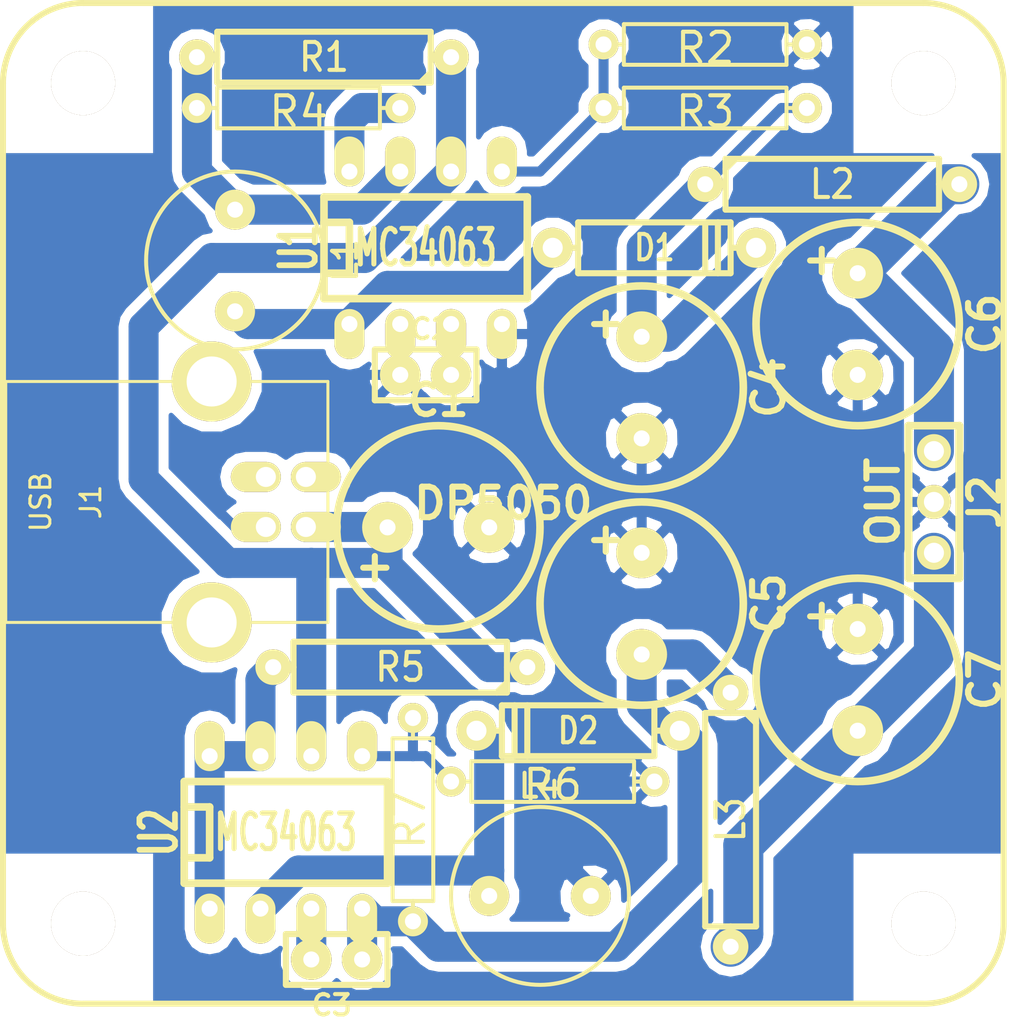
<source format=kicad_pcb>
(kicad_pcb (version 3) (host pcbnew "(2013-07-07 BZR 4022)-stable")

  (general
    (links 46)
    (no_connects 0)
    (area 49.594919 49.594919 100.405081 101.069)
    (thickness 1.6)
    (drawings 0)
    (tracks 105)
    (zones 0)
    (modules 25)
    (nets 16)
  )

  (page A4)
  (layers
    (15 F.Cu signal)
    (0 B.Cu signal)
    (16 B.Adhes user)
    (17 F.Adhes user)
    (18 B.Paste user)
    (19 F.Paste user)
    (20 B.SilkS user)
    (21 F.SilkS user)
    (22 B.Mask user)
    (23 F.Mask user)
    (24 Dwgs.User user)
    (25 Cmts.User user)
    (26 Eco1.User user)
    (27 Eco2.User user)
    (28 Edge.Cuts user)
  )

  (setup
    (last_trace_width 1.5)
    (user_trace_width 0.5)
    (user_trace_width 1)
    (user_trace_width 1.5)
    (user_trace_width 2)
    (trace_clearance 0.254)
    (zone_clearance 0.5)
    (zone_45_only no)
    (trace_min 0.254)
    (segment_width 0.2)
    (edge_width 0.1)
    (via_size 0.889)
    (via_drill 0.635)
    (via_min_size 0.889)
    (via_min_drill 0.508)
    (uvia_size 0.508)
    (uvia_drill 0.127)
    (uvias_allowed no)
    (uvia_min_size 0.508)
    (uvia_min_drill 0.127)
    (pcb_text_width 0.3)
    (pcb_text_size 1.5 1.5)
    (mod_edge_width 0.15)
    (mod_text_size 1 1)
    (mod_text_width 0.15)
    (pad_size 1.5 2.5)
    (pad_drill 0.8001)
    (pad_to_mask_clearance 0)
    (aux_axis_origin 0 0)
    (visible_elements 7FFFFFFF)
    (pcbplotparams
      (layerselection 3178497)
      (usegerberextensions true)
      (excludeedgelayer true)
      (linewidth 0.150000)
      (plotframeref false)
      (viasonmask false)
      (mode 1)
      (useauxorigin false)
      (hpglpennumber 1)
      (hpglpenspeed 20)
      (hpglpendiameter 15)
      (hpglpenoverlay 2)
      (psnegative false)
      (psa4output false)
      (plotreference true)
      (plotvalue true)
      (plotothertext true)
      (plotinvisibletext false)
      (padsonsilk false)
      (subtractmaskfromsilk false)
      (outputformat 1)
      (mirror false)
      (drillshape 1)
      (scaleselection 1)
      (outputdirectory ""))
  )

  (net 0 "")
  (net 1 GND)
  (net 2 N-000001)
  (net 3 N-0000010)
  (net 4 N-0000012)
  (net 5 N-0000013)
  (net 6 N-0000014)
  (net 7 N-0000015)
  (net 8 N-0000016)
  (net 9 N-0000017)
  (net 10 N-0000018)
  (net 11 N-0000019)
  (net 12 N-000002)
  (net 13 N-000008)
  (net 14 N-000009)
  (net 15 VCC)

  (net_class Default "This is the default net class."
    (clearance 0.254)
    (trace_width 0.254)
    (via_dia 0.889)
    (via_drill 0.635)
    (uvia_dia 0.508)
    (uvia_drill 0.127)
    (add_net "")
    (add_net GND)
    (add_net N-000001)
    (add_net N-0000010)
    (add_net N-0000012)
    (add_net N-0000013)
    (add_net N-0000014)
    (add_net N-0000015)
    (add_net N-0000016)
    (add_net N-0000017)
    (add_net N-0000018)
    (add_net N-0000019)
    (add_net N-000002)
    (add_net N-000008)
    (add_net N-000009)
    (add_net VCC)
  )

  (module R5 (layer F.Cu) (tedit 525A9576) (tstamp 5421D178)
    (at 66.04 52.705 180)
    (descr "Resistance 5 pas")
    (tags R)
    (path /54189E12)
    (autoplace_cost180 10)
    (fp_text reference R1 (at 0 0 180) (layer F.SilkS)
      (effects (font (size 1.397 1.27) (thickness 0.2032)))
    )
    (fp_text value R47/1W (at 0 0 180) (layer F.SilkS) hide
      (effects (font (size 1.397 1.27) (thickness 0.2032)))
    )
    (fp_line (start -6.35 0) (end -5.334 0) (layer F.SilkS) (width 0.3048))
    (fp_line (start 6.35 0) (end 5.334 0) (layer F.SilkS) (width 0.3048))
    (fp_line (start 5.334 -1.27) (end 5.334 1.27) (layer F.SilkS) (width 0.3048))
    (fp_line (start 5.334 1.27) (end -5.334 1.27) (layer F.SilkS) (width 0.3048))
    (fp_line (start -5.334 1.27) (end -5.334 -1.27) (layer F.SilkS) (width 0.3048))
    (fp_line (start -5.334 -1.27) (end 5.334 -1.27) (layer F.SilkS) (width 0.3048))
    (fp_line (start -5.334 -0.762) (end -4.826 -1.27) (layer F.SilkS) (width 0.3048))
    (pad 1 thru_hole circle (at -6.35 0 180) (size 1.778 1.778) (drill 0.8)
      (layers *.Cu *.Mask F.SilkS)
      (net 15 VCC)
    )
    (pad 2 thru_hole circle (at 6.35 0 180) (size 1.778 1.778) (drill 0.8)
      (layers *.Cu *.Mask F.SilkS)
      (net 9 N-0000017)
    )
    (model discret/resistor.wrl
      (at (xyz 0 0 0))
      (scale (xyz 0.5 0.5 0.5))
      (rotate (xyz 0 0 0))
    )
  )

  (module R5 (layer F.Cu) (tedit 525A9576) (tstamp 541CC075)
    (at 91.44 59.055)
    (descr "Resistance 5 pas")
    (tags R)
    (path /54189F0D)
    (autoplace_cost180 10)
    (fp_text reference L2 (at 0 0) (layer F.SilkS)
      (effects (font (size 1.397 1.27) (thickness 0.2032)))
    )
    (fp_text value 1uH (at 0 0) (layer F.SilkS) hide
      (effects (font (size 1.397 1.27) (thickness 0.2032)))
    )
    (fp_line (start -6.35 0) (end -5.334 0) (layer F.SilkS) (width 0.3048))
    (fp_line (start 6.35 0) (end 5.334 0) (layer F.SilkS) (width 0.3048))
    (fp_line (start 5.334 -1.27) (end 5.334 1.27) (layer F.SilkS) (width 0.3048))
    (fp_line (start 5.334 1.27) (end -5.334 1.27) (layer F.SilkS) (width 0.3048))
    (fp_line (start -5.334 1.27) (end -5.334 -1.27) (layer F.SilkS) (width 0.3048))
    (fp_line (start -5.334 -1.27) (end 5.334 -1.27) (layer F.SilkS) (width 0.3048))
    (fp_line (start -5.334 -0.762) (end -4.826 -1.27) (layer F.SilkS) (width 0.3048))
    (pad 1 thru_hole circle (at -6.35 0) (size 1.778 1.778) (drill 0.8)
      (layers *.Cu *.Mask F.SilkS)
      (net 11 N-0000019)
    )
    (pad 2 thru_hole circle (at 6.35 0) (size 1.778 1.778) (drill 0.8)
      (layers *.Cu *.Mask F.SilkS)
      (net 4 N-0000012)
    )
    (model discret/resistor.wrl
      (at (xyz 0 0 0))
      (scale (xyz 0.5 0.5 0.5))
      (rotate (xyz 0 0 0))
    )
  )

  (module R5 (layer F.Cu) (tedit 525A9576) (tstamp 541CC082)
    (at 86.36 90.805 270)
    (descr "Resistance 5 pas")
    (tags R)
    (path /54189F1C)
    (autoplace_cost180 10)
    (fp_text reference L3 (at 0 0 270) (layer F.SilkS)
      (effects (font (size 1.397 1.27) (thickness 0.2032)))
    )
    (fp_text value 1uH (at 0 0 270) (layer F.SilkS) hide
      (effects (font (size 1.397 1.27) (thickness 0.2032)))
    )
    (fp_line (start -6.35 0) (end -5.334 0) (layer F.SilkS) (width 0.3048))
    (fp_line (start 6.35 0) (end 5.334 0) (layer F.SilkS) (width 0.3048))
    (fp_line (start 5.334 -1.27) (end 5.334 1.27) (layer F.SilkS) (width 0.3048))
    (fp_line (start 5.334 1.27) (end -5.334 1.27) (layer F.SilkS) (width 0.3048))
    (fp_line (start -5.334 1.27) (end -5.334 -1.27) (layer F.SilkS) (width 0.3048))
    (fp_line (start -5.334 -1.27) (end 5.334 -1.27) (layer F.SilkS) (width 0.3048))
    (fp_line (start -5.334 -0.762) (end -4.826 -1.27) (layer F.SilkS) (width 0.3048))
    (pad 1 thru_hole circle (at -6.35 0 270) (size 1.778 1.778) (drill 0.8)
      (layers *.Cu *.Mask F.SilkS)
      (net 14 N-000009)
    )
    (pad 2 thru_hole circle (at 6.35 0 270) (size 1.778 1.778) (drill 0.8)
      (layers *.Cu *.Mask F.SilkS)
      (net 5 N-0000013)
    )
    (model discret/resistor.wrl
      (at (xyz 0 0 0))
      (scale (xyz 0.5 0.5 0.5))
      (rotate (xyz 0 0 0))
    )
  )

  (module R4 (layer F.Cu) (tedit 52119F90) (tstamp 541CC08F)
    (at 85.09 52.07)
    (descr "Resitance 4 pas")
    (tags R)
    (path /5418A038)
    (autoplace_cost180 10)
    (fp_text reference R2 (at 0 0.18) (layer F.SilkS)
      (effects (font (size 1.5 1.5) (thickness 0.2032)))
    )
    (fp_text value 1K5 (at 0 0) (layer F.SilkS) hide
      (effects (font (size 1.397 1.27) (thickness 0.2032)))
    )
    (fp_line (start -5.08 0) (end -4.064 0) (layer F.SilkS) (width 0.2))
    (fp_line (start -4.064 0) (end -4.064 -1.016) (layer F.SilkS) (width 0.2))
    (fp_line (start -4.064 -1.016) (end 4.064 -1.016) (layer F.SilkS) (width 0.2))
    (fp_line (start 4.064 -1.016) (end 4.064 1.016) (layer F.SilkS) (width 0.2))
    (fp_line (start 4.064 1.016) (end -4.064 1.016) (layer F.SilkS) (width 0.2))
    (fp_line (start -4.064 1.016) (end -4.064 0) (layer F.SilkS) (width 0.2))
    (fp_line (start 5.08 0) (end 4.064 0) (layer F.SilkS) (width 0.2))
    (pad 1 thru_hole circle (at -5.08 0) (size 1.5 1.5) (drill 0.8001)
      (layers *.Cu *.Mask F.SilkS)
      (net 8 N-0000016)
    )
    (pad 2 thru_hole circle (at 5.08 0) (size 1.5 1.5) (drill 0.8001)
      (layers *.Cu *.Mask F.SilkS)
      (net 1 GND)
    )
    (model discret/resistor.wrl
      (at (xyz 0 0 0))
      (scale (xyz 0.4 0.4 0.4))
      (rotate (xyz 0 0 0))
    )
  )

  (module R4 (layer F.Cu) (tedit 52119F90) (tstamp 541CC09C)
    (at 85.09 55.245)
    (descr "Resitance 4 pas")
    (tags R)
    (path /5418A029)
    (autoplace_cost180 10)
    (fp_text reference R3 (at 0 0.18) (layer F.SilkS)
      (effects (font (size 1.5 1.5) (thickness 0.2032)))
    )
    (fp_text value 13K (at 0 0) (layer F.SilkS) hide
      (effects (font (size 1.397 1.27) (thickness 0.2032)))
    )
    (fp_line (start -5.08 0) (end -4.064 0) (layer F.SilkS) (width 0.2))
    (fp_line (start -4.064 0) (end -4.064 -1.016) (layer F.SilkS) (width 0.2))
    (fp_line (start -4.064 -1.016) (end 4.064 -1.016) (layer F.SilkS) (width 0.2))
    (fp_line (start 4.064 -1.016) (end 4.064 1.016) (layer F.SilkS) (width 0.2))
    (fp_line (start 4.064 1.016) (end -4.064 1.016) (layer F.SilkS) (width 0.2))
    (fp_line (start -4.064 1.016) (end -4.064 0) (layer F.SilkS) (width 0.2))
    (fp_line (start 5.08 0) (end 4.064 0) (layer F.SilkS) (width 0.2))
    (pad 1 thru_hole circle (at -5.08 0) (size 1.5 1.5) (drill 0.8001)
      (layers *.Cu *.Mask F.SilkS)
      (net 8 N-0000016)
    )
    (pad 2 thru_hole circle (at 5.08 0) (size 1.5 1.5) (drill 0.8001)
      (layers *.Cu *.Mask F.SilkS)
      (net 11 N-0000019)
    )
    (model discret/resistor.wrl
      (at (xyz 0 0 0))
      (scale (xyz 0.4 0.4 0.4))
      (rotate (xyz 0 0 0))
    )
  )

  (module L2_D3.5 (layer F.Cu) (tedit 541A58B7) (tstamp 541CC0A3)
    (at 61.595 62.865 270)
    (path /54189E4B)
    (fp_text reference L1 (at 0 -5.5 270) (layer F.SilkS)
      (effects (font (size 1.2 1.2) (thickness 0.2)))
    )
    (fp_text value 100uH (at 0 5.5 270) (layer F.SilkS) hide
      (effects (font (size 1.2 1.2) (thickness 0.2)))
    )
    (fp_circle (center 0 0) (end 4.445 0) (layer F.SilkS) (width 0.2))
    (pad 1 thru_hole circle (at -2.54 0 270) (size 2 2) (drill 0.8001)
      (layers *.Cu *.Mask F.SilkS)
      (net 9 N-0000017)
    )
    (pad 2 thru_hole circle (at 2.54 0 270) (size 2 2) (drill 0.8001)
      (layers *.Cu *.Mask F.SilkS)
      (net 10 N-0000018)
    )
  )

  (module HDR-3 (layer F.Cu) (tedit 51CBC22E) (tstamp 541CC0AE)
    (at 96.52 74.93 270)
    (path /541A55A9)
    (fp_text reference J2 (at 0 -2.54 270) (layer F.SilkS)
      (effects (font (size 1.524 1.524) (thickness 0.3048)))
    )
    (fp_text value OUT (at 0 2.54 270) (layer F.SilkS)
      (effects (font (size 1.524 1.524) (thickness 0.3048)))
    )
    (fp_line (start -3.81 1.27) (end 3.81 1.27) (layer F.SilkS) (width 0.39878))
    (fp_line (start -3.81 -1.27) (end 3.81 -1.27) (layer F.SilkS) (width 0.39878))
    (fp_line (start 3.81 -1.27) (end 3.81 1.27) (layer F.SilkS) (width 0.39878))
    (fp_line (start -3.81 -1.27) (end -3.81 1.27) (layer F.SilkS) (width 0.381))
    (pad 1 thru_hole circle (at -2.54 0 270) (size 1.69926 1.69926) (drill 1.00076)
      (layers *.Cu *.Mask F.SilkS)
      (net 4 N-0000012)
    )
    (pad 2 thru_hole circle (at 0 0 270) (size 1.69926 1.69926) (drill 1.00076)
      (layers *.Cu *.Mask F.SilkS)
      (net 1 GND)
    )
    (pad 3 thru_hole circle (at 2.54 0 270) (size 1.69926 1.69926) (drill 1.00076)
      (layers *.Cu *.Mask F.SilkS)
      (net 5 N-0000013)
    )
  )

  (module DIP-8 (layer F.Cu) (tedit 541A5A65) (tstamp 541CC0C1)
    (at 71.12 62.23)
    (descr "8 pins DIL package, elliptical pads")
    (tags DIL)
    (path /54189DB0)
    (fp_text reference U1 (at -6.35 0 90) (layer F.SilkS)
      (effects (font (size 1.778 1.143) (thickness 0.3048)))
    )
    (fp_text value MC34063 (at 0 0) (layer F.SilkS)
      (effects (font (size 1.778 1.016) (thickness 0.254)))
    )
    (fp_line (start -5.08 -1.27) (end -3.81 -1.27) (layer F.SilkS) (width 0.381))
    (fp_line (start -3.81 -1.27) (end -3.81 1.27) (layer F.SilkS) (width 0.381))
    (fp_line (start -3.81 1.27) (end -5.08 1.27) (layer F.SilkS) (width 0.381))
    (fp_line (start -5.08 -2.54) (end 5.08 -2.54) (layer F.SilkS) (width 0.381))
    (fp_line (start 5.08 -2.54) (end 5.08 2.54) (layer F.SilkS) (width 0.381))
    (fp_line (start 5.08 2.54) (end -5.08 2.54) (layer F.SilkS) (width 0.381))
    (fp_line (start -5.08 2.54) (end -5.08 -2.54) (layer F.SilkS) (width 0.381))
    (pad 1 thru_hole oval (at -3.81 3.81) (size 1.5 2.5) (drill 0.8001 (offset 0 0.5))
      (layers *.Cu *.Mask F.SilkS)
      (net 10 N-0000018)
    )
    (pad 2 thru_hole oval (at -1.27 3.81) (size 1.5 2.5) (drill 0.8001 (offset 0 0.5))
      (layers *.Cu *.Mask F.SilkS)
      (net 1 GND)
    )
    (pad 3 thru_hole oval (at 1.27 3.81) (size 1.5 2.5) (drill 0.8001 (offset 0 0.5))
      (layers *.Cu *.Mask F.SilkS)
      (net 7 N-0000015)
    )
    (pad 4 thru_hole oval (at 3.81 3.81) (size 1.5 2.5) (drill 0.8001 (offset 0 0.5))
      (layers *.Cu *.Mask F.SilkS)
      (net 1 GND)
    )
    (pad 5 thru_hole oval (at 3.81 -3.81) (size 1.5 2.5) (drill 0.8001 (offset 0 -0.5))
      (layers *.Cu *.Mask F.SilkS)
      (net 8 N-0000016)
    )
    (pad 6 thru_hole oval (at 1.27 -3.81) (size 1.5 2.5) (drill 0.8001 (offset 0 -0.5))
      (layers *.Cu *.Mask F.SilkS)
      (net 15 VCC)
    )
    (pad 7 thru_hole oval (at -1.27 -3.81) (size 1.5 2.5) (drill 0.8001 (offset 0 -0.5))
      (layers *.Cu *.Mask F.SilkS)
      (net 9 N-0000017)
    )
    (pad 8 thru_hole oval (at -3.81 -3.81) (size 1.5 2.5) (drill 0.8001 (offset 0 -0.5))
      (layers *.Cu *.Mask F.SilkS)
      (net 13 N-000008)
    )
    (model dil/dil_8.wrl
      (at (xyz 0 0 0))
      (scale (xyz 1 1 1))
      (rotate (xyz 0 0 0))
    )
  )

  (module C2P_D4 (layer F.Cu) (tedit 4AD8C32C) (tstamp 541CC0C9)
    (at 92.71 66.04 270)
    (path /54189F2B)
    (fp_text reference C6 (at 0 -6.35 270) (layer F.SilkS)
      (effects (font (size 1.524 1.524) (thickness 0.3048)))
    )
    (fp_text value 470uF/16V (at 0 6.35 270) (layer F.SilkS) hide
      (effects (font (size 1.524 1.524) (thickness 0.3048)))
    )
    (fp_text user + (at -3.175 1.905 270) (layer F.SilkS)
      (effects (font (size 1.524 1.524) (thickness 0.3048)))
    )
    (fp_circle (center 0 0) (end 5.08 0) (layer F.SilkS) (width 0.381))
    (pad 1 thru_hole circle (at -2.54 0 270) (size 2.54 2.54) (drill 0.8001)
      (layers *.Cu *.Mask F.SilkS)
      (net 4 N-0000012)
    )
    (pad 2 thru_hole circle (at 2.54 0 270) (size 2.54 2.54) (drill 0.8001)
      (layers *.Cu *.Mask F.SilkS)
      (net 1 GND)
    )
  )

  (module C2P_D4 (layer F.Cu) (tedit 4AD8C32C) (tstamp 541CC0D1)
    (at 92.71 83.82 270)
    (path /54189F3A)
    (fp_text reference C7 (at 0 -6.35 270) (layer F.SilkS)
      (effects (font (size 1.524 1.524) (thickness 0.3048)))
    )
    (fp_text value 470uF/16V (at 0 6.35 270) (layer F.SilkS) hide
      (effects (font (size 1.524 1.524) (thickness 0.3048)))
    )
    (fp_text user + (at -3.175 1.905 270) (layer F.SilkS)
      (effects (font (size 1.524 1.524) (thickness 0.3048)))
    )
    (fp_circle (center 0 0) (end 5.08 0) (layer F.SilkS) (width 0.381))
    (pad 1 thru_hole circle (at -2.54 0 270) (size 2.54 2.54) (drill 0.8001)
      (layers *.Cu *.Mask F.SilkS)
      (net 1 GND)
    )
    (pad 2 thru_hole circle (at 2.54 0 270) (size 2.54 2.54) (drill 0.8001)
      (layers *.Cu *.Mask F.SilkS)
      (net 5 N-0000013)
    )
  )

  (module C2P_D4 (layer F.Cu) (tedit 4AD8C32C) (tstamp 541CC0E1)
    (at 81.915 80.01 270)
    (path /54189EFE)
    (fp_text reference C5 (at 0 -6.35 270) (layer F.SilkS)
      (effects (font (size 1.524 1.524) (thickness 0.3048)))
    )
    (fp_text value 470uF/25V (at 0 6.35 270) (layer F.SilkS) hide
      (effects (font (size 1.524 1.524) (thickness 0.3048)))
    )
    (fp_text user + (at -3.175 1.905 270) (layer F.SilkS)
      (effects (font (size 1.524 1.524) (thickness 0.3048)))
    )
    (fp_circle (center 0 0) (end 5.08 0) (layer F.SilkS) (width 0.381))
    (pad 1 thru_hole circle (at -2.54 0 270) (size 2.54 2.54) (drill 0.8001)
      (layers *.Cu *.Mask F.SilkS)
      (net 1 GND)
    )
    (pad 2 thru_hole circle (at 2.54 0 270) (size 2.54 2.54) (drill 0.8001)
      (layers *.Cu *.Mask F.SilkS)
      (net 14 N-000009)
    )
  )

  (module C2P_D4 (layer F.Cu) (tedit 4AD8C32C) (tstamp 541CC0E9)
    (at 81.915 69.215 270)
    (path /54189EEF)
    (fp_text reference C4 (at 0 -6.35 270) (layer F.SilkS)
      (effects (font (size 1.524 1.524) (thickness 0.3048)))
    )
    (fp_text value 470uF/25V (at 0 6.35 270) (layer F.SilkS) hide
      (effects (font (size 1.524 1.524) (thickness 0.3048)))
    )
    (fp_text user + (at -3.175 1.905 270) (layer F.SilkS)
      (effects (font (size 1.524 1.524) (thickness 0.3048)))
    )
    (fp_circle (center 0 0) (end 5.08 0) (layer F.SilkS) (width 0.381))
    (pad 1 thru_hole circle (at -2.54 0 270) (size 2.54 2.54) (drill 0.8001)
      (layers *.Cu *.Mask F.SilkS)
      (net 11 N-0000019)
    )
    (pad 2 thru_hole circle (at 2.54 0 270) (size 2.54 2.54) (drill 0.8001)
      (layers *.Cu *.Mask F.SilkS)
      (net 1 GND)
    )
  )

  (module C2P_D4 (layer F.Cu) (tedit 4AD8C32C) (tstamp 541CC0F1)
    (at 71.755 76.2)
    (path /54189DE8)
    (fp_text reference C1 (at 0 -6.35) (layer F.SilkS)
      (effects (font (size 1.524 1.524) (thickness 0.3048)))
    )
    (fp_text value 470uF/10V (at 0 6.35) (layer F.SilkS) hide
      (effects (font (size 1.524 1.524) (thickness 0.3048)))
    )
    (fp_text user + (at -3.175 1.905) (layer F.SilkS)
      (effects (font (size 1.524 1.524) (thickness 0.3048)))
    )
    (fp_circle (center 0 0) (end 5.08 0) (layer F.SilkS) (width 0.381))
    (pad 1 thru_hole circle (at -2.54 0) (size 2.54 2.54) (drill 0.8001)
      (layers *.Cu *.Mask F.SilkS)
      (net 15 VCC)
    )
    (pad 2 thru_hole circle (at 2.54 0) (size 2.54 2.54) (drill 0.8001)
      (layers *.Cu *.Mask F.SilkS)
      (net 1 GND)
    )
  )

  (module C1 (layer F.Cu) (tedit 4AD8BF9D) (tstamp 541CC0FB)
    (at 71.12 68.58)
    (descr "Condensateur e = 1 pas")
    (tags C)
    (path /54189E73)
    (fp_text reference C2 (at 0.254 -2.286) (layer F.SilkS)
      (effects (font (size 1.016 1.016) (thickness 0.2032)))
    )
    (fp_text value 330pF (at 0 -2.286) (layer F.SilkS) hide
      (effects (font (size 1.016 1.016) (thickness 0.2032)))
    )
    (fp_line (start -2.4892 -1.27) (end 2.54 -1.27) (layer F.SilkS) (width 0.3048))
    (fp_line (start 2.54 -1.27) (end 2.54 1.27) (layer F.SilkS) (width 0.3048))
    (fp_line (start 2.54 1.27) (end -2.54 1.27) (layer F.SilkS) (width 0.3048))
    (fp_line (start -2.54 1.27) (end -2.54 -1.27) (layer F.SilkS) (width 0.3048))
    (pad 1 thru_hole circle (at -1.27 0) (size 2.032 2.032) (drill 0.8001)
      (layers *.Cu *.Mask F.SilkS)
      (net 1 GND)
    )
    (pad 2 thru_hole circle (at 1.27 0) (size 2.032 2.032) (drill 0.8001)
      (layers *.Cu *.Mask F.SilkS)
      (net 7 N-0000015)
    )
    (model discret/capa_1_pas.wrl
      (at (xyz 0 0 0))
      (scale (xyz 1 1 1))
      (rotate (xyz 0 0 0))
    )
  )

  (module D4 (layer F.Cu) (tedit 525A9480) (tstamp 541DEEC3)
    (at 82.55 62.23)
    (descr "Diode 4 pas")
    (tags "DIODE DEV")
    (path /54189F5F)
    (fp_text reference D1 (at 0 0) (layer F.SilkS)
      (effects (font (size 1.27 1.016) (thickness 0.2032)))
    )
    (fp_text value 1N5819 (at 0 0) (layer F.SilkS) hide
      (effects (font (size 1.27 1.016) (thickness 0.2032)))
    )
    (fp_line (start -3.81 -1.27) (end 3.81 -1.27) (layer F.SilkS) (width 0.3048))
    (fp_line (start 3.81 -1.27) (end 3.81 1.27) (layer F.SilkS) (width 0.3048))
    (fp_line (start 3.81 1.27) (end -3.81 1.27) (layer F.SilkS) (width 0.3048))
    (fp_line (start -3.81 1.27) (end -3.81 -1.27) (layer F.SilkS) (width 0.3048))
    (fp_line (start 3.175 -1.27) (end 3.175 1.27) (layer F.SilkS) (width 0.3048))
    (fp_line (start 2.54 1.27) (end 2.54 -1.27) (layer F.SilkS) (width 0.3048))
    (fp_line (start -3.81 0) (end -5.08 0) (layer F.SilkS) (width 0.3048))
    (fp_line (start 3.81 0) (end 5.08 0) (layer F.SilkS) (width 0.3048))
    (pad 1 thru_hole circle (at -5.08 0) (size 2 2) (drill 1)
      (layers *.Cu *.Mask F.SilkS)
      (net 10 N-0000018)
    )
    (pad 2 thru_hole circle (at 5.08 0) (size 2 2) (drill 1)
      (layers *.Cu *.Mask F.SilkS)
      (net 11 N-0000019)
    )
    (model discret/diode.wrl
      (at (xyz 0 0 0))
      (scale (xyz 0.4 0.4 0.4))
      (rotate (xyz 0 0 0))
    )
  )

  (module D4 (layer F.Cu) (tedit 525A9480) (tstamp 5420F207)
    (at 78.74 86.36 180)
    (descr "Diode 4 pas")
    (tags "DIODE DEV")
    (path /54189F6E)
    (fp_text reference D2 (at 0 0 180) (layer F.SilkS)
      (effects (font (size 1.27 1.016) (thickness 0.2032)))
    )
    (fp_text value 1N5819 (at 0 0 180) (layer F.SilkS) hide
      (effects (font (size 1.27 1.016) (thickness 0.2032)))
    )
    (fp_line (start -3.81 -1.27) (end 3.81 -1.27) (layer F.SilkS) (width 0.3048))
    (fp_line (start 3.81 -1.27) (end 3.81 1.27) (layer F.SilkS) (width 0.3048))
    (fp_line (start 3.81 1.27) (end -3.81 1.27) (layer F.SilkS) (width 0.3048))
    (fp_line (start -3.81 1.27) (end -3.81 -1.27) (layer F.SilkS) (width 0.3048))
    (fp_line (start 3.175 -1.27) (end 3.175 1.27) (layer F.SilkS) (width 0.3048))
    (fp_line (start 2.54 1.27) (end 2.54 -1.27) (layer F.SilkS) (width 0.3048))
    (fp_line (start -3.81 0) (end -5.08 0) (layer F.SilkS) (width 0.3048))
    (fp_line (start 3.81 0) (end 5.08 0) (layer F.SilkS) (width 0.3048))
    (pad 1 thru_hole circle (at -5.08 0 180) (size 2 2) (drill 1)
      (layers *.Cu *.Mask F.SilkS)
      (net 14 N-000009)
    )
    (pad 2 thru_hole circle (at 5.08 0 180) (size 2 2) (drill 1)
      (layers *.Cu *.Mask F.SilkS)
      (net 6 N-0000014)
    )
    (model discret/diode.wrl
      (at (xyz 0 0 0))
      (scale (xyz 0.4 0.4 0.4))
      (rotate (xyz 0 0 0))
    )
  )

  (module DP5050 (layer F.Cu) (tedit 5192A5EE) (tstamp 541FE7E7)
    (at 75 75)
    (fp_text reference DP5050 (at 0 0) (layer F.SilkS)
      (effects (font (size 1.524 1.524) (thickness 0.3048)))
    )
    (fp_text value " " (at 0 0) (layer F.SilkS) hide
      (effects (font (size 1.524 1.524) (thickness 0.3048)))
    )
    (fp_line (start -25.00122 21.00072) (end -25.00122 -21.00072) (layer F.SilkS) (width 0.29972))
    (fp_line (start 25.00122 -21.00072) (end 25.00122 21.00072) (layer F.SilkS) (width 0.29972))
    (fp_line (start 21.00072 -24.99868) (end -21.00072 -24.99868) (layer F.SilkS) (width 0.29972))
    (fp_line (start 21.00072 24.99868) (end -21.00072 24.99868) (layer F.SilkS) (width 0.29972))
    (fp_arc (start -21.00072 21.00072) (end -21.00072 25.00122) (angle 90) (layer F.SilkS) (width 0.29972))
    (fp_arc (start 21.00072 21.00072) (end 25.00122 21.00072) (angle 90) (layer F.SilkS) (width 0.29972))
    (fp_arc (start 21.00072 -21.00072) (end 21.00072 -25.00122) (angle 90) (layer F.SilkS) (width 0.29972))
    (fp_arc (start -21.00072 -21.00072) (end -25.00122 -21.00072) (angle 90) (layer F.SilkS) (width 0.29972))
    (pad "" thru_hole circle (at 21.00072 -21.00072) (size 3.2004 3.2004) (drill 3.2004)
      (layers *.Cu *.Mask F.SilkS)
      (clearance 1.39954)
    )
    (pad "" thru_hole circle (at 21.00072 21.00072) (size 3.2004 3.2004) (drill 3.2004)
      (layers *.Cu *.Mask F.SilkS)
      (clearance 1.39954)
    )
    (pad "" thru_hole circle (at -21.00072 21.00072) (size 3.2004 3.2004) (drill 3.2004)
      (layers *.Cu *.Mask F.SilkS)
      (clearance 1.39954)
    )
    (pad "" thru_hole circle (at -21.00072 -21.00072) (size 3.2004 3.2004) (drill 3.2004)
      (layers *.Cu *.Mask F.SilkS)
      (clearance 1.39954)
    )
  )

  (module USB-B (layer F.Cu) (tedit 541B496C) (tstamp 541B49B2)
    (at 64.135 74.93 270)
    (path /541A543A)
    (fp_text reference J1 (at 0 9.75 270) (layer F.SilkS)
      (effects (font (size 1 1) (thickness 0.15)))
    )
    (fp_text value USB (at 0 12.25 270) (layer F.SilkS)
      (effects (font (size 1 1) (thickness 0.15)))
    )
    (fp_line (start -6.02 -2.1) (end 6.02 -2.1) (layer F.SilkS) (width 0.15))
    (fp_line (start 6.02 -2.1) (end 6.02 14) (layer F.SilkS) (width 0.15))
    (fp_line (start 6.02 14) (end -6.02 14) (layer F.SilkS) (width 0.15))
    (fp_line (start -6.02 14) (end -6.02 -2.1) (layer F.SilkS) (width 0.15))
    (pad 1 thru_hole oval (at 1.25 -1 270) (size 1.5 2.5) (drill 1 (offset 0 -0.5))
      (layers *.Cu *.Mask F.SilkS)
      (net 15 VCC)
    )
    (pad 2 thru_hole oval (at -1.25 -1 270) (size 1.5 2.5) (drill 1 (offset 0 -0.5))
      (layers *.Cu *.Mask F.SilkS)
    )
    (pad 3 thru_hole oval (at -1.25 1 270) (size 1.5 2.5) (drill 1 (offset 0 0.5))
      (layers *.Cu *.Mask F.SilkS)
    )
    (pad 4 thru_hole oval (at 1.25 1 270) (size 1.5 2.5) (drill 1 (offset 0 0.5))
      (layers *.Cu *.Mask F.SilkS)
      (net 1 GND)
    )
    (pad "" thru_hole circle (at 6.02 3.71 270) (size 4 4) (drill 2.5)
      (layers *.Cu *.Mask F.SilkS)
    )
    (pad "" thru_hole circle (at -6.02 3.71 270) (size 4 4) (drill 2.5)
      (layers *.Cu *.Mask F.SilkS)
    )
  )

  (module R5 (layer F.Cu) (tedit 525A9576) (tstamp 54207E4A)
    (at 69.85 83.185 180)
    (descr "Resistance 5 pas")
    (tags R)
    (path /54207464)
    (autoplace_cost180 10)
    (fp_text reference R5 (at 0 0 180) (layer F.SilkS)
      (effects (font (size 1.397 1.27) (thickness 0.2032)))
    )
    (fp_text value R47/1W (at 0 0 180) (layer F.SilkS) hide
      (effects (font (size 1.397 1.27) (thickness 0.2032)))
    )
    (fp_line (start -6.35 0) (end -5.334 0) (layer F.SilkS) (width 0.3048))
    (fp_line (start 6.35 0) (end 5.334 0) (layer F.SilkS) (width 0.3048))
    (fp_line (start 5.334 -1.27) (end 5.334 1.27) (layer F.SilkS) (width 0.3048))
    (fp_line (start 5.334 1.27) (end -5.334 1.27) (layer F.SilkS) (width 0.3048))
    (fp_line (start -5.334 1.27) (end -5.334 -1.27) (layer F.SilkS) (width 0.3048))
    (fp_line (start -5.334 -1.27) (end 5.334 -1.27) (layer F.SilkS) (width 0.3048))
    (fp_line (start -5.334 -0.762) (end -4.826 -1.27) (layer F.SilkS) (width 0.3048))
    (pad 1 thru_hole circle (at -6.35 0 180) (size 1.778 1.778) (drill 0.8)
      (layers *.Cu *.Mask F.SilkS)
      (net 15 VCC)
    )
    (pad 2 thru_hole circle (at 6.35 0 180) (size 1.778 1.778) (drill 0.8)
      (layers *.Cu *.Mask F.SilkS)
      (net 12 N-000002)
    )
    (model discret/resistor.wrl
      (at (xyz 0 0 0))
      (scale (xyz 0.5 0.5 0.5))
      (rotate (xyz 0 0 0))
    )
  )

  (module R4 (layer F.Cu) (tedit 52119F90) (tstamp 54207E57)
    (at 70.485 90.805 270)
    (descr "Resitance 4 pas")
    (tags R)
    (path /542074B8)
    (autoplace_cost180 10)
    (fp_text reference R7 (at 0 0.18 270) (layer F.SilkS)
      (effects (font (size 1.5 1.5) (thickness 0.2032)))
    )
    (fp_text value 1K5 (at 0 0 270) (layer F.SilkS) hide
      (effects (font (size 1.397 1.27) (thickness 0.2032)))
    )
    (fp_line (start -5.08 0) (end -4.064 0) (layer F.SilkS) (width 0.2))
    (fp_line (start -4.064 0) (end -4.064 -1.016) (layer F.SilkS) (width 0.2))
    (fp_line (start -4.064 -1.016) (end 4.064 -1.016) (layer F.SilkS) (width 0.2))
    (fp_line (start 4.064 -1.016) (end 4.064 1.016) (layer F.SilkS) (width 0.2))
    (fp_line (start 4.064 1.016) (end -4.064 1.016) (layer F.SilkS) (width 0.2))
    (fp_line (start -4.064 1.016) (end -4.064 0) (layer F.SilkS) (width 0.2))
    (fp_line (start 5.08 0) (end 4.064 0) (layer F.SilkS) (width 0.2))
    (pad 1 thru_hole circle (at -5.08 0 270) (size 1.5 1.5) (drill 0.8001)
      (layers *.Cu *.Mask F.SilkS)
      (net 3 N-0000010)
    )
    (pad 2 thru_hole circle (at 5.08 0 270) (size 1.5 1.5) (drill 0.8001)
      (layers *.Cu *.Mask F.SilkS)
      (net 14 N-000009)
    )
    (model discret/resistor.wrl
      (at (xyz 0 0 0))
      (scale (xyz 0.4 0.4 0.4))
      (rotate (xyz 0 0 0))
    )
  )

  (module R4 (layer F.Cu) (tedit 52119F90) (tstamp 54207E64)
    (at 77.47 88.9)
    (descr "Resitance 4 pas")
    (tags R)
    (path /542074BE)
    (autoplace_cost180 10)
    (fp_text reference R6 (at 0 0.18) (layer F.SilkS)
      (effects (font (size 1.5 1.5) (thickness 0.2032)))
    )
    (fp_text value 13K (at 0 0) (layer F.SilkS) hide
      (effects (font (size 1.397 1.27) (thickness 0.2032)))
    )
    (fp_line (start -5.08 0) (end -4.064 0) (layer F.SilkS) (width 0.2))
    (fp_line (start -4.064 0) (end -4.064 -1.016) (layer F.SilkS) (width 0.2))
    (fp_line (start -4.064 -1.016) (end 4.064 -1.016) (layer F.SilkS) (width 0.2))
    (fp_line (start 4.064 -1.016) (end 4.064 1.016) (layer F.SilkS) (width 0.2))
    (fp_line (start 4.064 1.016) (end -4.064 1.016) (layer F.SilkS) (width 0.2))
    (fp_line (start -4.064 1.016) (end -4.064 0) (layer F.SilkS) (width 0.2))
    (fp_line (start 5.08 0) (end 4.064 0) (layer F.SilkS) (width 0.2))
    (pad 1 thru_hole circle (at -5.08 0) (size 1.5 1.5) (drill 0.8001)
      (layers *.Cu *.Mask F.SilkS)
      (net 3 N-0000010)
    )
    (pad 2 thru_hole circle (at 5.08 0) (size 1.5 1.5) (drill 0.8001)
      (layers *.Cu *.Mask F.SilkS)
      (net 1 GND)
    )
    (model discret/resistor.wrl
      (at (xyz 0 0 0))
      (scale (xyz 0.4 0.4 0.4))
      (rotate (xyz 0 0 0))
    )
  )

  (module R4 (layer F.Cu) (tedit 52119F90) (tstamp 54207E71)
    (at 64.77 55.245)
    (descr "Resitance 4 pas")
    (tags R)
    (path /54207927)
    (autoplace_cost180 10)
    (fp_text reference R4 (at 0 0.18) (layer F.SilkS)
      (effects (font (size 1.5 1.5) (thickness 0.2032)))
    )
    (fp_text value 180 (at 0 0) (layer F.SilkS) hide
      (effects (font (size 1.397 1.27) (thickness 0.2032)))
    )
    (fp_line (start -5.08 0) (end -4.064 0) (layer F.SilkS) (width 0.2))
    (fp_line (start -4.064 0) (end -4.064 -1.016) (layer F.SilkS) (width 0.2))
    (fp_line (start -4.064 -1.016) (end 4.064 -1.016) (layer F.SilkS) (width 0.2))
    (fp_line (start 4.064 -1.016) (end 4.064 1.016) (layer F.SilkS) (width 0.2))
    (fp_line (start 4.064 1.016) (end -4.064 1.016) (layer F.SilkS) (width 0.2))
    (fp_line (start -4.064 1.016) (end -4.064 0) (layer F.SilkS) (width 0.2))
    (fp_line (start 5.08 0) (end 4.064 0) (layer F.SilkS) (width 0.2))
    (pad 1 thru_hole circle (at -5.08 0) (size 1.5 1.5) (drill 0.8001)
      (layers *.Cu *.Mask F.SilkS)
      (net 9 N-0000017)
    )
    (pad 2 thru_hole circle (at 5.08 0) (size 1.5 1.5) (drill 0.8001)
      (layers *.Cu *.Mask F.SilkS)
      (net 13 N-000008)
    )
    (model discret/resistor.wrl
      (at (xyz 0 0 0))
      (scale (xyz 0.4 0.4 0.4))
      (rotate (xyz 0 0 0))
    )
  )

  (module L2_D3.5 (layer F.Cu) (tedit 541A58B7) (tstamp 54207E78)
    (at 76.835 94.615)
    (path /5420746A)
    (fp_text reference L4 (at 0 -5.5) (layer F.SilkS)
      (effects (font (size 1.2 1.2) (thickness 0.2)))
    )
    (fp_text value 100uH (at 0 5.5) (layer F.SilkS) hide
      (effects (font (size 1.2 1.2) (thickness 0.2)))
    )
    (fp_circle (center 0 0) (end 4.445 0) (layer F.SilkS) (width 0.2))
    (pad 1 thru_hole circle (at -2.54 0) (size 2 2) (drill 0.8001)
      (layers *.Cu *.Mask F.SilkS)
      (net 6 N-0000014)
    )
    (pad 2 thru_hole circle (at 2.54 0) (size 2 2) (drill 0.8001)
      (layers *.Cu *.Mask F.SilkS)
      (net 1 GND)
    )
  )

  (module DIP-8 (layer F.Cu) (tedit 541A5A65) (tstamp 54207E8B)
    (at 64.135 91.44)
    (descr "8 pins DIL package, elliptical pads")
    (tags DIL)
    (path /54207458)
    (fp_text reference U2 (at -6.35 0 90) (layer F.SilkS)
      (effects (font (size 1.778 1.143) (thickness 0.3048)))
    )
    (fp_text value MC34063 (at 0 0) (layer F.SilkS)
      (effects (font (size 1.778 1.016) (thickness 0.254)))
    )
    (fp_line (start -5.08 -1.27) (end -3.81 -1.27) (layer F.SilkS) (width 0.381))
    (fp_line (start -3.81 -1.27) (end -3.81 1.27) (layer F.SilkS) (width 0.381))
    (fp_line (start -3.81 1.27) (end -5.08 1.27) (layer F.SilkS) (width 0.381))
    (fp_line (start -5.08 -2.54) (end 5.08 -2.54) (layer F.SilkS) (width 0.381))
    (fp_line (start 5.08 -2.54) (end 5.08 2.54) (layer F.SilkS) (width 0.381))
    (fp_line (start 5.08 2.54) (end -5.08 2.54) (layer F.SilkS) (width 0.381))
    (fp_line (start -5.08 2.54) (end -5.08 -2.54) (layer F.SilkS) (width 0.381))
    (pad 1 thru_hole oval (at -3.81 3.81) (size 1.5 2.5) (drill 0.8001 (offset 0 0.5))
      (layers *.Cu *.Mask F.SilkS)
      (net 12 N-000002)
    )
    (pad 2 thru_hole oval (at -1.27 3.81) (size 1.5 2.5) (drill 0.8001 (offset 0 0.5))
      (layers *.Cu *.Mask F.SilkS)
      (net 6 N-0000014)
    )
    (pad 3 thru_hole oval (at 1.27 3.81) (size 1.5 2.5) (drill 0.8001 (offset 0 0.5))
      (layers *.Cu *.Mask F.SilkS)
      (net 2 N-000001)
    )
    (pad 4 thru_hole oval (at 3.81 3.81) (size 1.5 2.5) (drill 0.8001 (offset 0 0.5))
      (layers *.Cu *.Mask F.SilkS)
      (net 14 N-000009)
    )
    (pad 5 thru_hole oval (at 3.81 -3.81) (size 1.5 2.5) (drill 0.8001 (offset 0 -0.5))
      (layers *.Cu *.Mask F.SilkS)
      (net 3 N-0000010)
    )
    (pad 6 thru_hole oval (at 1.27 -3.81) (size 1.5 2.5) (drill 0.8001 (offset 0 -0.5))
      (layers *.Cu *.Mask F.SilkS)
      (net 15 VCC)
    )
    (pad 7 thru_hole oval (at -1.27 -3.81) (size 1.5 2.5) (drill 0.8001 (offset 0 -0.5))
      (layers *.Cu *.Mask F.SilkS)
      (net 12 N-000002)
    )
    (pad 8 thru_hole oval (at -3.81 -3.81) (size 1.5 2.5) (drill 0.8001 (offset 0 -0.5))
      (layers *.Cu *.Mask F.SilkS)
      (net 12 N-000002)
    )
    (model dil/dil_8.wrl
      (at (xyz 0 0 0))
      (scale (xyz 1 1 1))
      (rotate (xyz 0 0 0))
    )
  )

  (module C1 (layer F.Cu) (tedit 4AD8BF9D) (tstamp 54207E96)
    (at 66.675 97.79 180)
    (descr "Condensateur e = 1 pas")
    (tags C)
    (path /54207470)
    (fp_text reference C3 (at 0.254 -2.286 180) (layer F.SilkS)
      (effects (font (size 1.016 1.016) (thickness 0.2032)))
    )
    (fp_text value 330pF (at 0 -2.286 180) (layer F.SilkS) hide
      (effects (font (size 1.016 1.016) (thickness 0.2032)))
    )
    (fp_line (start -2.4892 -1.27) (end 2.54 -1.27) (layer F.SilkS) (width 0.3048))
    (fp_line (start 2.54 -1.27) (end 2.54 1.27) (layer F.SilkS) (width 0.3048))
    (fp_line (start 2.54 1.27) (end -2.54 1.27) (layer F.SilkS) (width 0.3048))
    (fp_line (start -2.54 1.27) (end -2.54 -1.27) (layer F.SilkS) (width 0.3048))
    (pad 1 thru_hole circle (at -1.27 0 180) (size 2.032 2.032) (drill 0.8001)
      (layers *.Cu *.Mask F.SilkS)
      (net 14 N-000009)
    )
    (pad 2 thru_hole circle (at 1.27 0 180) (size 2.032 2.032) (drill 0.8001)
      (layers *.Cu *.Mask F.SilkS)
      (net 2 N-000001)
    )
    (model discret/capa_1_pas.wrl
      (at (xyz 0 0 0))
      (scale (xyz 1 1 1))
      (rotate (xyz 0 0 0))
    )
  )

  (segment (start 63.135 76.18) (end 61.575 76.18) (width 0.5) (layer B.Cu) (net 1))
  (segment (start 64.77 68.58) (end 69.85 68.58) (width 0.5) (layer B.Cu) (net 1) (tstamp 5420F2EF))
  (segment (start 60.325 73.025) (end 64.77 68.58) (width 0.5) (layer B.Cu) (net 1) (tstamp 5420F2EC))
  (segment (start 60.325 74.93) (end 60.325 73.025) (width 0.5) (layer B.Cu) (net 1) (tstamp 5420F2EA))
  (segment (start 61.575 76.18) (end 60.325 74.93) (width 0.5) (layer B.Cu) (net 1) (tstamp 5420F2E5))
  (segment (start 82.55 88.9) (end 78.74 88.9) (width 0.5) (layer B.Cu) (net 1))
  (segment (start 78.74 85.725) (end 78.74 88.9) (width 0.5) (layer B.Cu) (net 1))
  (segment (start 78.74 88.9) (end 78.74 93.345) (width 0.5) (layer B.Cu) (net 1) (tstamp 5420F252))
  (segment (start 78.74 93.345) (end 79.375 93.98) (width 0.5) (layer B.Cu) (net 1) (tstamp 5420F04E))
  (segment (start 78.74 85.725) (end 78.74 74.93) (width 0.5) (layer B.Cu) (net 1) (tstamp 5420EF85))
  (segment (start 81.915 74.93) (end 81.915 77.47) (width 0.5) (layer B.Cu) (net 1))
  (segment (start 81.915 71.755) (end 81.915 74.93) (width 0.5) (layer B.Cu) (net 1))
  (segment (start 92.71 74.93) (end 81.915 74.93) (width 0.5) (layer B.Cu) (net 1))
  (segment (start 81.915 74.93) (end 79.375 74.93) (width 0.5) (layer B.Cu) (net 1) (tstamp 5420EA4C))
  (segment (start 79.375 74.93) (end 78.74 74.93) (width 0.5) (layer B.Cu) (net 1) (tstamp 5420ED29))
  (segment (start 78.74 74.93) (end 74.93 74.93) (width 0.5) (layer B.Cu) (net 1) (tstamp 5420EF32))
  (segment (start 69.85 68.58) (end 73.025 71.755) (width 0.5) (layer B.Cu) (net 1))
  (segment (start 73.025 71.755) (end 74.93 71.755) (width 0.5) (layer B.Cu) (net 1) (tstamp 5420E6EF))
  (segment (start 74.93 66.04) (end 74.93 71.755) (width 0.5) (layer B.Cu) (net 1))
  (segment (start 74.93 71.755) (end 74.93 74.93) (width 0.5) (layer B.Cu) (net 1) (tstamp 5420E6F3))
  (segment (start 74.93 74.93) (end 74.93 75.565) (width 0.5) (layer B.Cu) (net 1) (tstamp 5420EA48))
  (segment (start 74.93 75.565) (end 74.295 76.2) (width 0.5) (layer B.Cu) (net 1) (tstamp 5420E5DC))
  (segment (start 90.17 52.07) (end 92.075 53.975) (width 0.5) (layer B.Cu) (net 1) (status 400000))
  (segment (start 90.17 66.04) (end 92.71 68.58) (width 0.5) (layer B.Cu) (net 1) (tstamp 54209330))
  (segment (start 90.17 61.595) (end 90.17 66.04) (width 0.5) (layer B.Cu) (net 1) (tstamp 5420932F))
  (segment (start 92.075 59.69) (end 90.17 61.595) (width 0.5) (layer B.Cu) (net 1) (tstamp 5420932C))
  (segment (start 92.075 53.975) (end 92.075 59.69) (width 0.5) (layer B.Cu) (net 1) (tstamp 5420932B))
  (segment (start 69.85 66.04) (end 69.85 68.58) (width 0.5) (layer B.Cu) (net 1))
  (segment (start 92.71 74.93) (end 92.71 81.28) (width 0.5) (layer B.Cu) (net 1))
  (segment (start 92.71 68.58) (end 92.71 74.93) (width 0.5) (layer B.Cu) (net 1))
  (segment (start 92.71 74.93) (end 96.52 74.93) (width 0.5) (layer B.Cu) (net 1) (tstamp 54208158))
  (segment (start 65.405 95.25) (end 65.405 97.79) (width 1.5) (layer B.Cu) (net 2))
  (segment (start 70.485 85.725) (end 70.485 87.63) (width 0.5) (layer B.Cu) (net 3))
  (segment (start 67.945 87.63) (end 70.485 87.63) (width 0.5) (layer B.Cu) (net 3))
  (segment (start 70.485 87.63) (end 71.12 87.63) (width 0.5) (layer B.Cu) (net 3) (tstamp 5420F5AC))
  (segment (start 71.12 87.63) (end 72.39 88.9) (width 0.5) (layer B.Cu) (net 3) (tstamp 5420F5A7))
  (segment (start 92.71 63.5) (end 96.52 67.31) (width 2) (layer B.Cu) (net 4))
  (segment (start 96.52 67.31) (end 96.52 72.39) (width 2) (layer B.Cu) (net 4) (tstamp 54208180))
  (segment (start 97.79 59.055) (end 97.155 59.055) (width 2) (layer B.Cu) (net 4))
  (segment (start 97.155 59.055) (end 92.71 63.5) (width 2) (layer B.Cu) (net 4) (tstamp 5420817C))
  (segment (start 86.36 97.155) (end 86.995 96.52) (width 2) (layer B.Cu) (net 5))
  (segment (start 86.995 92.075) (end 92.71 86.36) (width 2) (layer B.Cu) (net 5) (tstamp 5420F29C))
  (segment (start 86.995 96.52) (end 86.995 92.075) (width 2) (layer B.Cu) (net 5) (tstamp 5420F292))
  (segment (start 96.52 77.47) (end 96.52 82.55) (width 2) (layer B.Cu) (net 5))
  (segment (start 96.52 82.55) (end 92.71 86.36) (width 2) (layer B.Cu) (net 5) (tstamp 54208189))
  (segment (start 74.295 93.345) (end 74.295 86.995) (width 1.5) (layer B.Cu) (net 6))
  (segment (start 74.295 86.995) (end 73.66 86.36) (width 1.5) (layer B.Cu) (net 6) (tstamp 5420F23D))
  (segment (start 62.865 95.25) (end 64.77 93.345) (width 1.5) (layer B.Cu) (net 6))
  (segment (start 74.295 93.345) (end 74.295 94.615) (width 1.5) (layer B.Cu) (net 6) (tstamp 5420F232))
  (segment (start 64.77 93.345) (end 74.295 93.345) (width 1.5) (layer B.Cu) (net 6) (tstamp 5420F231))
  (segment (start 72.39 66.04) (end 72.39 68.58) (width 0.5) (layer B.Cu) (net 7))
  (segment (start 80.01 55.245) (end 80.01 52.07) (width 0.5) (layer B.Cu) (net 8))
  (segment (start 74.93 58.42) (end 76.835 58.42) (width 0.5) (layer B.Cu) (net 8))
  (segment (start 76.835 58.42) (end 80.01 55.245) (width 0.5) (layer B.Cu) (net 8) (tstamp 5420931D))
  (segment (start 59.69 52.705) (end 59.69 55.245) (width 1.5) (layer B.Cu) (net 9))
  (segment (start 59.69 55.245) (end 59.69 58.42) (width 1.5) (layer B.Cu) (net 9) (tstamp 5421D45E))
  (segment (start 59.69 58.42) (end 61.595 60.325) (width 1.5) (layer B.Cu) (net 9) (tstamp 5421D45F))
  (segment (start 61.595 60.325) (end 67.945 60.325) (width 1.5) (layer B.Cu) (net 9) (tstamp 5421D3F6))
  (segment (start 67.945 60.325) (end 69.85 58.42) (width 1.5) (layer B.Cu) (net 9) (tstamp 5421D3F7))
  (segment (start 67.31 66.04) (end 62.23 66.04) (width 1.5) (layer B.Cu) (net 10))
  (segment (start 62.23 66.04) (end 61.595 65.405) (width 1.5) (layer B.Cu) (net 10) (tstamp 5421D26E))
  (segment (start 77.47 62.23) (end 75.565 64.135) (width 1.5) (layer B.Cu) (net 10))
  (segment (start 69.215 64.135) (end 67.31 66.04) (width 1.5) (layer B.Cu) (net 10) (tstamp 5420F9B7))
  (segment (start 75.565 64.135) (end 69.215 64.135) (width 1.5) (layer B.Cu) (net 10) (tstamp 5420F9AD))
  (segment (start 81.915 66.675) (end 81.915 62.23) (width 1.5) (layer B.Cu) (net 11))
  (segment (start 81.915 62.23) (end 85.09 59.055) (width 1.5) (layer B.Cu) (net 11) (tstamp 5420F318))
  (segment (start 87.63 62.23) (end 83.185 66.675) (width 1.5) (layer B.Cu) (net 11))
  (segment (start 83.185 66.675) (end 81.915 66.675) (width 1.5) (layer B.Cu) (net 11) (tstamp 5420F310))
  (segment (start 85.09 59.055) (end 88.9 55.245) (width 0.5) (layer B.Cu) (net 11))
  (segment (start 88.9 55.245) (end 90.17 55.245) (width 0.5) (layer B.Cu) (net 11) (tstamp 5420E663))
  (segment (start 62.865 87.63) (end 62.865 83.82) (width 1.5) (layer B.Cu) (net 12))
  (segment (start 62.865 83.82) (end 63.5 83.185) (width 1.5) (layer B.Cu) (net 12) (tstamp 5420EEEE))
  (segment (start 60.325 87.63) (end 60.325 95.25) (width 1.5) (layer B.Cu) (net 12))
  (segment (start 62.865 87.63) (end 60.325 87.63) (width 1.5) (layer B.Cu) (net 12))
  (segment (start 67.31 58.42) (end 67.31 55.88) (width 1.5) (layer B.Cu) (net 13))
  (segment (start 67.945 55.245) (end 69.85 55.245) (width 1.5) (layer B.Cu) (net 13) (tstamp 5421D463))
  (segment (start 67.31 55.88) (end 67.945 55.245) (width 1.5) (layer B.Cu) (net 13) (tstamp 5421D462))
  (segment (start 80.645 97.155) (end 84.455 93.345) (width 1.5) (layer B.Cu) (net 14))
  (segment (start 71.755 97.155) (end 80.645 97.155) (width 1.5) (layer B.Cu) (net 14) (tstamp 5420F25C))
  (segment (start 70.485 95.885) (end 71.755 97.155) (width 1.5) (layer B.Cu) (net 14))
  (segment (start 84.455 86.995) (end 83.82 86.36) (width 1.5) (layer B.Cu) (net 14) (tstamp 5420F286))
  (segment (start 84.455 93.345) (end 84.455 86.995) (width 1.5) (layer B.Cu) (net 14) (tstamp 5420F27E))
  (segment (start 83.82 86.36) (end 83.185 86.36) (width 1.5) (layer B.Cu) (net 14))
  (segment (start 83.185 86.36) (end 81.915 85.09) (width 1.5) (layer B.Cu) (net 14) (tstamp 5420F248))
  (segment (start 81.915 85.09) (end 81.915 82.55) (width 1.5) (layer B.Cu) (net 14) (tstamp 5420F24A))
  (segment (start 81.915 82.55) (end 84.455 82.55) (width 1.5) (layer B.Cu) (net 14))
  (segment (start 84.455 82.55) (end 86.36 84.455) (width 1.5) (layer B.Cu) (net 14) (tstamp 5420F1B2))
  (segment (start 70.485 95.885) (end 68.58 95.885) (width 1.5) (layer B.Cu) (net 14))
  (segment (start 68.58 95.885) (end 67.945 95.25) (width 1.5) (layer B.Cu) (net 14) (tstamp 5420F061))
  (segment (start 67.945 95.25) (end 67.945 97.79) (width 1.5) (layer B.Cu) (net 14))
  (segment (start 72.39 52.705) (end 72.39 58.42) (width 1.5) (layer B.Cu) (net 15))
  (segment (start 72.39 58.42) (end 68.072 62.738) (width 1.5) (layer B.Cu) (net 15))
  (segment (start 61.341 77.978) (end 65.405 77.978) (width 1.5) (layer B.Cu) (net 15) (tstamp 5420EF16))
  (segment (start 60.452 62.738) (end 68.072 62.738) (width 1.5) (layer B.Cu) (net 15) (tstamp 5420EC94))
  (segment (start 61.341 77.978) (end 61.214 77.978) (width 1.5) (layer B.Cu) (net 15))
  (segment (start 61.214 77.978) (end 57.023 73.787) (width 1.5) (layer B.Cu) (net 15))
  (segment (start 57.023 73.787) (end 57.023 66.167) (width 1.5) (layer B.Cu) (net 15) (tstamp 5420EC7E))
  (segment (start 57.023 66.167) (end 60.452 62.738) (width 1.5) (layer B.Cu) (net 15) (tstamp 5420EC8D))
  (segment (start 69.088 77.978) (end 65.405 77.978) (width 1.5) (layer B.Cu) (net 15) (tstamp 5420EEFB))
  (segment (start 74.295 83.185) (end 69.088 77.978) (width 1.5) (layer B.Cu) (net 15) (tstamp 5420EEF5))
  (segment (start 69.215 77.978) (end 69.088 77.978) (width 1.5) (layer B.Cu) (net 15))
  (segment (start 65.405 87.63) (end 65.405 77.978) (width 1.5) (layer B.Cu) (net 15))
  (segment (start 76.2 83.185) (end 74.295 83.185) (width 1.5) (layer B.Cu) (net 15))
  (segment (start 69.215 77.978) (end 69.215 76.18) (width 1.5) (layer B.Cu) (net 15) (tstamp 5420EC09))
  (segment (start 65.135 76.18) (end 69.215 76.18) (width 1.5) (layer B.Cu) (net 15))

  (zone (net 1) (net_name GND) (layer B.Cu) (tstamp 541B471E) (hatch edge 0.508)
    (connect_pads (clearance 0.5))
    (min_thickness 0.254)
    (fill (arc_segments 16) (thermal_gap 0.508) (thermal_bridge_width 0.508))
    (polygon
      (pts
        (xy 100 92.5) (xy 92.5 92.5) (xy 92.5 100) (xy 57.5 100) (xy 57.5 92.5)
        (xy 50 92.5) (xy 50 57.5) (xy 57.5 57.5) (xy 57.5 50) (xy 92.5 50)
        (xy 92.5 57.5) (xy 100 57.5)
      )
    )
    (filled_polygon
      (pts
        (xy 99.873 92.373) (xy 98.147 92.373) (xy 98.147 82.55) (xy 98.147 77.47) (xy 98.023152 76.847374)
        (xy 98.016348 76.837191) (xy 98.016348 75.158632) (xy 97.989939 74.568601) (xy 97.814952 74.146144) (xy 97.56369 74.065916)
        (xy 96.699605 74.93) (xy 97.56369 75.794084) (xy 97.814952 75.713856) (xy 98.016348 75.158632) (xy 98.016348 76.837191)
        (xy 97.670463 76.319537) (xy 97.343427 76.101019) (xy 97.384084 75.97369) (xy 96.52 75.109605) (xy 96.340395 75.28921)
        (xy 96.340395 74.93) (xy 95.47631 74.065916) (xy 95.225048 74.146144) (xy 95.023652 74.701368) (xy 95.050061 75.291399)
        (xy 95.225048 75.713856) (xy 95.47631 75.794084) (xy 96.340395 74.93) (xy 96.340395 75.28921) (xy 95.655916 75.97369)
        (xy 95.696572 76.101019) (xy 95.369537 76.319537) (xy 95.016848 76.847374) (xy 94.893 77.47) (xy 94.893 81.876074)
        (xy 94.62426 82.144814) (xy 94.62426 81.608964) (xy 94.62426 68.908964) (xy 94.604435 68.151368) (xy 94.352656 67.543521)
        (xy 94.057776 67.411829) (xy 93.878171 67.591434) (xy 93.878171 67.232224) (xy 93.746479 66.937344) (xy 93.038964 66.66574)
        (xy 92.281368 66.685565) (xy 91.673521 66.937344) (xy 91.541829 67.232224) (xy 92.71 68.400395) (xy 93.878171 67.232224)
        (xy 93.878171 67.591434) (xy 92.889605 68.58) (xy 94.057776 69.748171) (xy 94.352656 69.616479) (xy 94.62426 68.908964)
        (xy 94.62426 81.608964) (xy 94.604435 80.851368) (xy 94.352656 80.243521) (xy 94.057776 80.111829) (xy 93.878171 80.291434)
        (xy 93.878171 79.932224) (xy 93.878171 69.927776) (xy 92.71 68.759605) (xy 92.530395 68.93921) (xy 92.530395 68.58)
        (xy 91.362224 67.411829) (xy 91.067344 67.543521) (xy 90.79574 68.251036) (xy 90.815565 69.008632) (xy 91.067344 69.616479)
        (xy 91.362224 69.748171) (xy 92.530395 68.58) (xy 92.530395 68.93921) (xy 91.541829 69.927776) (xy 91.673521 70.222656)
        (xy 92.381036 70.49426) (xy 93.138632 70.474435) (xy 93.746479 70.222656) (xy 93.878171 69.927776) (xy 93.878171 79.932224)
        (xy 93.746479 79.637344) (xy 93.038964 79.36574) (xy 92.281368 79.385565) (xy 91.673521 79.637344) (xy 91.541829 79.932224)
        (xy 92.71 81.100395) (xy 93.878171 79.932224) (xy 93.878171 80.291434) (xy 92.889605 81.28) (xy 94.057776 82.448171)
        (xy 94.352656 82.316479) (xy 94.62426 81.608964) (xy 94.62426 82.144814) (xy 93.878171 82.890903) (xy 93.878171 82.627776)
        (xy 92.71 81.459605) (xy 92.530395 81.63921) (xy 92.530395 81.28) (xy 91.362224 80.111829) (xy 91.067344 80.243521)
        (xy 90.79574 80.951036) (xy 90.815565 81.708632) (xy 91.067344 82.316479) (xy 91.362224 82.448171) (xy 92.530395 81.28)
        (xy 92.530395 81.63921) (xy 91.541829 82.627776) (xy 91.673521 82.922656) (xy 92.381036 83.19426) (xy 93.138632 83.174435)
        (xy 93.746479 82.922656) (xy 93.878171 82.627776) (xy 93.878171 82.890903) (xy 92.286745 84.482329) (xy 91.63684 84.750864)
        (xy 91.10274 85.284033) (xy 90.831269 85.937805) (xy 85.844537 90.924537) (xy 85.832 90.943299) (xy 85.832 86.995)
        (xy 85.727182 86.468045) (xy 85.447271 86.049128) (xy 85.447281 86.03779) (xy 85.200107 85.439583) (xy 84.742824 84.981501)
        (xy 84.14505 84.733284) (xy 83.505097 84.732725) (xy 83.292 84.519628) (xy 83.292 83.927) (xy 83.884628 83.927)
        (xy 84.935896 84.978268) (xy 85.074049 85.312623) (xy 85.500134 85.739453) (xy 86.057126 85.970736) (xy 86.660228 85.971262)
        (xy 87.217623 85.740951) (xy 87.644453 85.314866) (xy 87.875736 84.757874) (xy 87.876262 84.154772) (xy 87.645951 83.597377)
        (xy 87.219866 83.170547) (xy 86.883068 83.030696) (xy 85.428686 81.576314) (xy 84.981955 81.277818) (xy 84.455 81.173)
        (xy 83.82926 81.173) (xy 83.82926 77.798964) (xy 83.82926 72.083964) (xy 83.809435 71.326368) (xy 83.557656 70.718521)
        (xy 83.262776 70.586829) (xy 83.083171 70.766434) (xy 83.083171 70.407224) (xy 82.951479 70.112344) (xy 82.243964 69.84074)
        (xy 81.486368 69.860565) (xy 80.878521 70.112344) (xy 80.746829 70.407224) (xy 81.915 71.575395) (xy 83.083171 70.407224)
        (xy 83.083171 70.766434) (xy 82.094605 71.755) (xy 83.262776 72.923171) (xy 83.557656 72.791479) (xy 83.82926 72.083964)
        (xy 83.82926 77.798964) (xy 83.809435 77.041368) (xy 83.557656 76.433521) (xy 83.262776 76.301829) (xy 83.083171 76.481434)
        (xy 83.083171 76.122224) (xy 83.083171 73.102776) (xy 81.915 71.934605) (xy 81.735395 72.11421) (xy 81.735395 71.755)
        (xy 80.567224 70.586829) (xy 80.272344 70.718521) (xy 80.00074 71.426036) (xy 80.020565 72.183632) (xy 80.272344 72.791479)
        (xy 80.567224 72.923171) (xy 81.735395 71.755) (xy 81.735395 72.11421) (xy 80.746829 73.102776) (xy 80.878521 73.397656)
        (xy 81.586036 73.66926) (xy 82.343632 73.649435) (xy 82.951479 73.397656) (xy 83.083171 73.102776) (xy 83.083171 76.122224)
        (xy 82.951479 75.827344) (xy 82.243964 75.55574) (xy 81.486368 75.575565) (xy 80.878521 75.827344) (xy 80.746829 76.122224)
        (xy 81.915 77.290395) (xy 83.083171 76.122224) (xy 83.083171 76.481434) (xy 82.094605 77.47) (xy 83.262776 78.638171)
        (xy 83.557656 78.506479) (xy 83.82926 77.798964) (xy 83.82926 81.173) (xy 83.220825 81.173) (xy 83.083171 81.035105)
        (xy 83.083171 78.817776) (xy 81.915 77.649605) (xy 81.735395 77.82921) (xy 81.735395 77.47) (xy 80.567224 76.301829)
        (xy 80.272344 76.433521) (xy 80.00074 77.141036) (xy 80.020565 77.898632) (xy 80.272344 78.506479) (xy 80.567224 78.638171)
        (xy 81.735395 77.47) (xy 81.735395 77.82921) (xy 80.746829 78.817776) (xy 80.878521 79.112656) (xy 81.586036 79.38426)
        (xy 82.343632 79.364435) (xy 82.951479 79.112656) (xy 83.083171 78.817776) (xy 83.083171 81.035105) (xy 82.990967 80.94274)
        (xy 82.293992 80.65333) (xy 81.539319 80.652672) (xy 80.84184 80.940864) (xy 80.30774 81.474033) (xy 80.01833 82.171008)
        (xy 80.017672 82.925681) (xy 80.305864 83.62316) (xy 80.538 83.855701) (xy 80.538 85.09) (xy 80.642818 85.616955)
        (xy 80.941314 86.063686) (xy 82.211314 87.333686) (xy 82.484944 87.51652) (xy 82.204554 87.530772) (xy 81.826078 87.687542)
        (xy 81.758088 87.928483) (xy 82.55 88.720395) (xy 82.564142 88.706252) (xy 82.743747 88.885857) (xy 82.729605 88.9)
        (xy 82.743747 88.914142) (xy 82.564142 89.093747) (xy 82.55 89.079605) (xy 82.370395 89.25921) (xy 82.370395 88.9)
        (xy 81.578483 88.108088) (xy 81.337542 88.176078) (xy 81.152802 88.69517) (xy 81.180772 89.245446) (xy 81.337542 89.623922)
        (xy 81.578483 89.691912) (xy 82.370395 88.9) (xy 82.370395 89.25921) (xy 81.758088 89.871517) (xy 81.826078 90.112458)
        (xy 82.34517 90.297198) (xy 82.895446 90.269228) (xy 83.078 90.193611) (xy 83.078 92.774627) (xy 81.019201 94.833426)
        (xy 80.996855 94.22954) (xy 80.794386 93.740737) (xy 80.52753 93.642075) (xy 80.347925 93.82168) (xy 80.347925 93.46247)
        (xy 80.249263 93.195614) (xy 79.639538 92.969092) (xy 78.98954 92.993145) (xy 78.500737 93.195614) (xy 78.402075 93.46247)
        (xy 79.375 94.435395) (xy 80.347925 93.46247) (xy 80.347925 93.82168) (xy 79.554605 94.615) (xy 79.568747 94.629142)
        (xy 79.389142 94.808747) (xy 79.375 94.794605) (xy 79.360857 94.808747) (xy 79.195395 94.643285) (xy 79.181252 94.629142)
        (xy 79.195395 94.615) (xy 78.22247 93.642075) (xy 77.955614 93.740737) (xy 77.729092 94.350462) (xy 77.753145 95.00046)
        (xy 77.955614 95.489263) (xy 78.222467 95.587924) (xy 78.108186 95.702206) (xy 78.18398 95.778) (xy 75.432903 95.778)
        (xy 75.673499 95.537824) (xy 75.921716 94.94005) (xy 75.922281 94.29279) (xy 75.675107 93.694583) (xy 75.672 93.69147)
        (xy 75.672 93.345) (xy 75.672 86.995) (xy 75.567182 86.468045) (xy 75.287271 86.049128) (xy 75.287281 86.03779)
        (xy 75.040107 85.439583) (xy 74.582824 84.981501) (xy 73.98505 84.733284) (xy 73.33779 84.732719) (xy 72.739583 84.979893)
        (xy 72.281501 85.437176) (xy 72.033284 86.03495) (xy 72.032719 86.68221) (xy 72.279893 87.280417) (xy 72.522167 87.523115)
        (xy 72.253146 87.52288) (xy 71.740133 87.009867) (xy 71.455613 86.819758) (xy 71.362 86.801137) (xy 71.362 86.795203)
        (xy 71.651683 86.506026) (xy 71.86176 86.000104) (xy 71.862238 85.452299) (xy 71.653044 84.946011) (xy 71.266026 84.558317)
        (xy 70.760104 84.34824) (xy 70.212299 84.347762) (xy 69.706011 84.556956) (xy 69.318317 84.943974) (xy 69.10824 85.449896)
        (xy 69.107844 85.902638) (xy 68.918686 85.619542) (xy 68.471955 85.321046) (xy 67.945 85.216228) (xy 67.418045 85.321046)
        (xy 66.971314 85.619542) (xy 66.782 85.90287) (xy 66.782 79.355) (xy 68.517628 79.355) (xy 73.321314 84.158686)
        (xy 73.768045 84.457182) (xy 74.295 84.562) (xy 75.563012 84.562) (xy 75.897126 84.700736) (xy 76.500228 84.701262)
        (xy 77.057623 84.470951) (xy 77.484453 84.044866) (xy 77.715736 83.487874) (xy 77.716262 82.884772) (xy 77.485951 82.327377)
        (xy 77.059866 81.900547) (xy 76.502874 81.669264) (xy 76.315 81.6691) (xy 76.315 67.167) (xy 76.315 66.667)
        (xy 75.057 66.667) (xy 75.057 68.259655) (xy 75.271185 68.382317) (xy 75.342684 68.368173) (xy 75.81954 68.109145)
        (xy 76.160972 67.687349) (xy 76.315 67.167) (xy 76.315 81.6691) (xy 76.20926 81.669007) (xy 76.20926 76.528964)
        (xy 76.189435 75.771368) (xy 75.937656 75.163521) (xy 75.642776 75.031829) (xy 75.463171 75.211434) (xy 75.463171 74.852224)
        (xy 75.331479 74.557344) (xy 74.623964 74.28574) (xy 73.866368 74.305565) (xy 73.258521 74.557344) (xy 73.126829 74.852224)
        (xy 74.295 76.020395) (xy 75.463171 74.852224) (xy 75.463171 75.211434) (xy 74.474605 76.2) (xy 75.642776 77.368171)
        (xy 75.937656 77.236479) (xy 76.20926 76.528964) (xy 76.20926 81.669007) (xy 75.899772 81.668738) (xy 75.562732 81.808)
        (xy 75.463171 81.808) (xy 75.463171 77.547776) (xy 74.295 76.379605) (xy 74.115395 76.55921) (xy 74.115395 76.2)
        (xy 72.947224 75.031829) (xy 72.652344 75.163521) (xy 72.38074 75.871036) (xy 72.400565 76.628632) (xy 72.652344 77.236479)
        (xy 72.947224 77.368171) (xy 74.115395 76.2) (xy 74.115395 76.55921) (xy 73.126829 77.547776) (xy 73.258521 77.842656)
        (xy 73.966036 78.11426) (xy 74.723632 78.094435) (xy 75.331479 77.842656) (xy 75.463171 77.547776) (xy 75.463171 81.808)
        (xy 74.865372 81.808) (xy 70.592 77.534628) (xy 70.592 77.505825) (xy 70.82226 77.275967) (xy 71.11167 76.578992)
        (xy 71.112328 75.824319) (xy 70.834502 75.151927) (xy 70.834502 69.744107) (xy 69.85 68.759605) (xy 68.865498 69.744107)
        (xy 68.96612 70.012622) (xy 69.581642 70.241816) (xy 70.238019 70.218014) (xy 70.73388 70.012622) (xy 70.834502 69.744107)
        (xy 70.834502 75.151927) (xy 70.824136 75.12684) (xy 70.290967 74.59274) (xy 69.593992 74.30333) (xy 68.839319 74.302672)
        (xy 68.14184 74.590864) (xy 67.929333 74.803) (xy 66.921993 74.803) (xy 67.145458 74.653686) (xy 67.443954 74.206955)
        (xy 67.548772 73.68) (xy 67.443954 73.153045) (xy 67.145458 72.706314) (xy 66.698727 72.407818) (xy 66.171772 72.303)
        (xy 65.098228 72.303) (xy 64.571273 72.407818) (xy 64.135 72.699326) (xy 63.698727 72.407818) (xy 63.171772 72.303)
        (xy 62.098228 72.303) (xy 61.571273 72.407818) (xy 61.124542 72.706314) (xy 60.826046 73.153045) (xy 60.721228 73.68)
        (xy 60.826046 74.206955) (xy 61.124542 74.653686) (xy 61.542329 74.932842) (xy 61.487651 74.949028) (xy 61.065855 75.29046)
        (xy 60.857465 75.674093) (xy 58.4 73.216628) (xy 58.4 70.599846) (xy 58.934982 71.135763) (xy 59.900165 71.536542)
        (xy 60.94525 71.537454) (xy 61.911131 71.13836) (xy 62.650763 70.400018) (xy 63.051542 69.434835) (xy 63.052454 68.38975)
        (xy 62.65336 67.423869) (xy 62.646502 67.417) (xy 66.000675 67.417) (xy 66.037818 67.603727) (xy 66.336314 68.050458)
        (xy 66.783045 68.348954) (xy 67.31 68.453772) (xy 67.836955 68.348954) (xy 68.283686 68.050458) (xy 68.287642 68.044536)
        (xy 68.188184 68.311642) (xy 68.211986 68.968019) (xy 68.417378 69.46388) (xy 68.685893 69.564502) (xy 69.670395 68.58)
        (xy 69.656252 68.565857) (xy 69.835857 68.386252) (xy 69.85 68.400395) (xy 69.864142 68.386252) (xy 70.043747 68.565857)
        (xy 70.029605 68.58) (xy 71.014107 69.564502) (xy 71.041143 69.55437) (xy 71.4581 69.972055) (xy 72.061753 70.222714)
        (xy 72.715379 70.223284) (xy 73.319469 69.97368) (xy 73.782055 69.5119) (xy 74.032714 68.908247) (xy 74.033284 68.254621)
        (xy 73.903018 67.939353) (xy 74.04046 68.109145) (xy 74.517316 68.368173) (xy 74.588815 68.382317) (xy 74.803 68.259655)
        (xy 74.803 66.667) (xy 74.783 66.667) (xy 74.783 66.413) (xy 74.803 66.413) (xy 74.803 66.393)
        (xy 75.057 66.393) (xy 75.057 66.413) (xy 76.315 66.413) (xy 76.315 65.913) (xy 76.160972 65.392651)
        (xy 76.144379 65.372153) (xy 76.538686 65.108686) (xy 77.790092 63.857279) (xy 77.79221 63.857281) (xy 78.390417 63.610107)
        (xy 78.848499 63.152824) (xy 79.096716 62.55505) (xy 79.097281 61.90779) (xy 78.850107 61.309583) (xy 78.392824 60.851501)
        (xy 77.79505 60.603284) (xy 77.14779 60.602719) (xy 76.549583 60.849893) (xy 76.091501 61.307176) (xy 75.843284 61.90495)
        (xy 75.84328 61.909347) (xy 74.994627 62.758) (xy 69.999372 62.758) (xy 73.252867 59.504504) (xy 73.363686 59.430458)
        (xy 73.66 58.986992) (xy 73.956314 59.430458) (xy 74.403045 59.728954) (xy 74.93 59.833772) (xy 75.456955 59.728954)
        (xy 75.903686 59.430458) (xy 75.992859 59.297) (xy 76.835 59.297) (xy 77.170613 59.230242) (xy 77.455133 59.040133)
        (xy 79.873385 56.62188) (xy 80.282701 56.622238) (xy 80.788989 56.413044) (xy 81.176683 56.026026) (xy 81.38676 55.520104)
        (xy 81.387238 54.972299) (xy 81.178044 54.466011) (xy 80.887 54.174458) (xy 80.887 53.140203) (xy 81.176683 52.851026)
        (xy 81.38676 52.345104) (xy 81.387238 51.797299) (xy 81.178044 51.291011) (xy 80.791026 50.903317) (xy 80.285104 50.69324)
        (xy 79.737299 50.692762) (xy 79.231011 50.901956) (xy 78.843317 51.288974) (xy 78.63324 51.794896) (xy 78.632762 52.342701)
        (xy 78.841956 52.848989) (xy 79.133 53.140541) (xy 79.133 54.174796) (xy 78.843317 54.463974) (xy 78.63324 54.969896)
        (xy 78.63288 55.381853) (xy 76.471734 57.543) (xy 76.307 57.543) (xy 76.307 57.383228) (xy 76.202182 56.856273)
        (xy 75.903686 56.409542) (xy 75.456955 56.111046) (xy 74.93 56.006228) (xy 74.403045 56.111046) (xy 73.956314 56.409542)
        (xy 73.767 56.69287) (xy 73.767 53.341987) (xy 73.905736 53.007874) (xy 73.906262 52.404772) (xy 73.675951 51.847377)
        (xy 73.249866 51.420547) (xy 72.692874 51.189264) (xy 72.089772 51.188738) (xy 71.532377 51.419049) (xy 71.105547 51.845134)
        (xy 70.874264 52.402126) (xy 70.873738 53.005228) (xy 71.013 53.342267) (xy 71.013 54.460958) (xy 70.823686 54.271314)
        (xy 70.631026 54.078317) (xy 70.376955 53.972818) (xy 70.125104 53.86824) (xy 69.577299 53.867762) (xy 69.576722 53.868)
        (xy 67.945 53.868) (xy 67.418045 53.972818) (xy 66.971314 54.271314) (xy 66.336314 54.906314) (xy 66.037818 55.353045)
        (xy 65.933 55.88) (xy 65.933 57.383228) (xy 65.933 58.42) (xy 65.933 58.456772) (xy 66.030711 58.948)
        (xy 62.51932 58.948) (xy 62.517824 58.946501) (xy 61.92005 58.698284) (xy 61.915652 58.69828) (xy 61.067 57.849628)
        (xy 61.067 55.245055) (xy 61.067 55.245) (xy 61.067238 54.972299) (xy 61.067 54.971722) (xy 61.067 53.341987)
        (xy 61.205736 53.007874) (xy 61.206262 52.404772) (xy 60.975951 51.847377) (xy 60.549866 51.420547) (xy 59.992874 51.189264)
        (xy 59.389772 51.188738) (xy 58.832377 51.419049) (xy 58.405547 51.845134) (xy 58.174264 52.402126) (xy 58.173738 53.005228)
        (xy 58.313 53.342267) (xy 58.313 55.244944) (xy 58.312762 55.517701) (xy 58.313 55.518277) (xy 58.313 58.42)
        (xy 58.417818 58.946955) (xy 58.716314 59.393686) (xy 59.96772 60.645092) (xy 59.967719 60.64721) (xy 60.214893 61.245417)
        (xy 60.35044 61.381201) (xy 59.925045 61.465818) (xy 59.478314 61.764314) (xy 56.049314 65.193314) (xy 55.750818 65.640045)
        (xy 55.646 66.167) (xy 55.646 73.787) (xy 55.750818 74.313955) (xy 56.049314 74.760686) (xy 59.69701 78.408382)
        (xy 58.938869 78.72164) (xy 58.199237 79.459982) (xy 57.798458 80.425165) (xy 57.797546 81.47025) (xy 58.19664 82.436131)
        (xy 58.934982 83.175763) (xy 59.900165 83.576542) (xy 60.94525 83.577454) (xy 61.589168 83.311392) (xy 61.488 83.82)
        (xy 61.488 85.90287) (xy 61.298686 85.619542) (xy 60.851955 85.321046) (xy 60.325 85.216228) (xy 59.798045 85.321046)
        (xy 59.351314 85.619542) (xy 59.052818 86.066273) (xy 58.948 86.593228) (xy 58.948 87.63) (xy 58.948 87.666772)
        (xy 58.948 95.213228) (xy 58.948 95.25) (xy 58.948 96.286772) (xy 59.052818 96.813727) (xy 59.351314 97.260458)
        (xy 59.798045 97.558954) (xy 60.325 97.663772) (xy 60.851955 97.558954) (xy 61.298686 97.260458) (xy 61.595 96.816992)
        (xy 61.891314 97.260458) (xy 62.338045 97.558954) (xy 62.865 97.663772) (xy 63.391955 97.558954) (xy 63.838686 97.260458)
        (xy 63.857666 97.232051) (xy 63.762286 97.461753) (xy 63.761716 98.115379) (xy 64.01132 98.719469) (xy 64.4731 99.182055)
        (xy 65.076753 99.432714) (xy 65.730379 99.433284) (xy 66.334469 99.18368) (xy 66.675188 98.843553) (xy 67.0131 99.182055)
        (xy 67.616753 99.432714) (xy 68.270379 99.433284) (xy 68.874469 99.18368) (xy 69.337055 98.7219) (xy 69.587714 98.118247)
        (xy 69.588284 97.464621) (xy 69.504563 97.262) (xy 69.914628 97.262) (xy 70.781314 98.128686) (xy 71.228045 98.427182)
        (xy 71.755 98.532) (xy 80.645 98.532) (xy 81.171955 98.427182) (xy 81.618686 98.128686) (xy 85.368 94.379372)
        (xy 85.368 95.846074) (xy 85.209537 96.004537) (xy 84.856848 96.532374) (xy 84.733 97.155) (xy 84.856848 97.777626)
        (xy 85.209537 98.305463) (xy 85.737374 98.658152) (xy 86.36 98.782) (xy 86.982626 98.658152) (xy 87.510463 98.305463)
        (xy 88.145459 97.670465) (xy 88.145462 97.670463) (xy 88.145463 97.670463) (xy 88.498152 97.142626) (xy 88.622 96.52)
        (xy 88.622 92.748925) (xy 93.133253 88.237671) (xy 93.78316 87.969136) (xy 94.31726 87.435967) (xy 94.58873 86.782195)
        (xy 97.670459 83.700465) (xy 97.670462 83.700463) (xy 97.670463 83.700463) (xy 98.023152 83.172626) (xy 98.147 82.55)
        (xy 98.147 92.373) (xy 92.373 92.373) (xy 92.373 99.873) (xy 57.627 99.873) (xy 57.627 92.373)
        (xy 50.127 92.373) (xy 50.127 57.627) (xy 57.627 57.627) (xy 57.627 50.127) (xy 92.373 50.127)
        (xy 92.373 57.627) (xy 96.4199 57.627) (xy 96.004537 57.904537) (xy 92.286744 61.622329) (xy 91.63684 61.890864)
        (xy 91.567198 61.960384) (xy 91.567198 52.27483) (xy 91.539228 51.724554) (xy 91.382458 51.346078) (xy 91.141517 51.278088)
        (xy 90.961912 51.457693) (xy 90.961912 51.098483) (xy 90.893922 50.857542) (xy 90.37483 50.672802) (xy 89.824554 50.700772)
        (xy 89.446078 50.857542) (xy 89.378088 51.098483) (xy 90.17 51.890395) (xy 90.961912 51.098483) (xy 90.961912 51.457693)
        (xy 90.349605 52.07) (xy 91.141517 52.861912) (xy 91.382458 52.793922) (xy 91.567198 52.27483) (xy 91.567198 61.960384)
        (xy 91.547238 61.980309) (xy 91.547238 54.972299) (xy 91.338044 54.466011) (xy 90.961912 54.089222) (xy 90.961912 53.041517)
        (xy 90.17 52.249605) (xy 89.990395 52.42921) (xy 89.990395 52.07) (xy 89.198483 51.278088) (xy 88.957542 51.346078)
        (xy 88.772802 51.86517) (xy 88.800772 52.415446) (xy 88.957542 52.793922) (xy 89.198483 52.861912) (xy 89.990395 52.07)
        (xy 89.990395 52.42921) (xy 89.378088 53.041517) (xy 89.446078 53.282458) (xy 89.96517 53.467198) (xy 90.515446 53.439228)
        (xy 90.893922 53.282458) (xy 90.961912 53.041517) (xy 90.961912 54.089222) (xy 90.951026 54.078317) (xy 90.445104 53.86824)
        (xy 89.897299 53.867762) (xy 89.391011 54.076956) (xy 89.099458 54.368) (xy 88.9 54.368) (xy 88.564387 54.434758)
        (xy 88.279867 54.624867) (xy 88.279864 54.62487) (xy 85.365494 57.53924) (xy 84.789772 57.538738) (xy 84.232377 57.769049)
        (xy 83.805547 58.195134) (xy 83.665696 58.531931) (xy 80.941314 61.256314) (xy 80.642818 61.703045) (xy 80.538 62.23)
        (xy 80.538 65.369174) (xy 80.30774 65.599033) (xy 80.01833 66.296008) (xy 80.017672 67.050681) (xy 80.305864 67.74816)
        (xy 80.839033 68.28226) (xy 81.536008 68.57167) (xy 82.290681 68.572328) (xy 82.98816 68.284136) (xy 83.229585 68.043131)
        (xy 83.711955 67.947182) (xy 84.158686 67.648686) (xy 87.950092 63.857279) (xy 87.95221 63.857281) (xy 88.550417 63.610107)
        (xy 89.008499 63.152824) (xy 89.256716 62.55505) (xy 89.257281 61.90779) (xy 89.010107 61.309583) (xy 88.552824 60.851501)
        (xy 87.95505 60.603284) (xy 87.30779 60.602719) (xy 86.709583 60.849893) (xy 86.251501 61.307176) (xy 86.003284 61.90495)
        (xy 86.00328 61.909347) (xy 83.292 64.620628) (xy 83.292 62.800372) (xy 85.613268 60.479103) (xy 85.947623 60.340951)
        (xy 86.374453 59.914866) (xy 86.605736 59.357874) (xy 86.60624 58.779024) (xy 89.181459 56.203805) (xy 89.388974 56.411683)
        (xy 89.894896 56.62176) (xy 90.442701 56.622238) (xy 90.948989 56.413044) (xy 91.336683 56.026026) (xy 91.54676 55.520104)
        (xy 91.547238 54.972299) (xy 91.547238 61.980309) (xy 91.10274 62.424033) (xy 90.81333 63.121008) (xy 90.812672 63.875681)
        (xy 91.100864 64.57316) (xy 91.634033 65.10726) (xy 92.287804 65.37873) (xy 94.893 67.983925) (xy 94.893 72.39)
        (xy 95.016848 73.012626) (xy 95.369537 73.540463) (xy 95.696572 73.75898) (xy 95.655916 73.88631) (xy 96.52 74.750395)
        (xy 97.384084 73.88631) (xy 97.343427 73.75898) (xy 97.670463 73.540463) (xy 98.023152 73.012626) (xy 98.147 72.39)
        (xy 98.147 67.31) (xy 98.023152 66.687374) (xy 97.670463 66.159537) (xy 97.670459 66.159534) (xy 95.010925 63.5)
        (xy 97.838591 60.672334) (xy 98.412626 60.558152) (xy 98.940463 60.205463) (xy 99.293152 59.677626) (xy 99.417 59.055)
        (xy 99.293152 58.432374) (xy 98.940463 57.904537) (xy 98.525099 57.627) (xy 99.873 57.627) (xy 99.873 92.373)
      )
    )
  )
)

</source>
